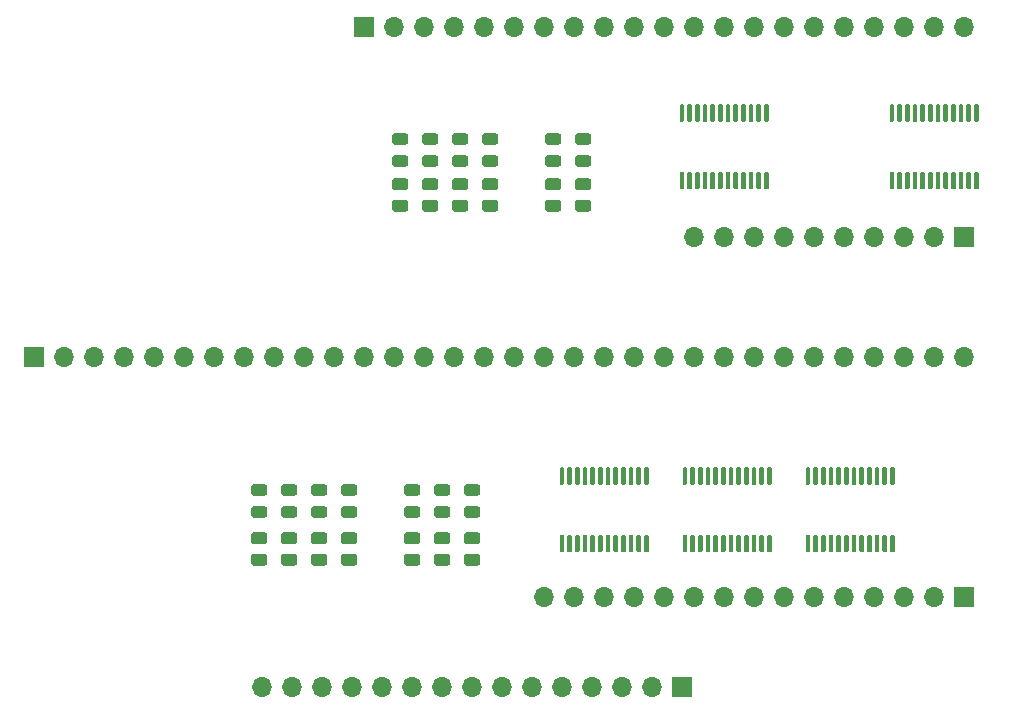
<source format=gbr>
%TF.GenerationSoftware,KiCad,Pcbnew,(5.1.10-1-10_14)*%
%TF.CreationDate,2021-11-23T11:12:12-05:00*%
%TF.ProjectId,control-unit,636f6e74-726f-46c2-9d75-6e69742e6b69,rev?*%
%TF.SameCoordinates,Original*%
%TF.FileFunction,Soldermask,Top*%
%TF.FilePolarity,Negative*%
%FSLAX46Y46*%
G04 Gerber Fmt 4.6, Leading zero omitted, Abs format (unit mm)*
G04 Created by KiCad (PCBNEW (5.1.10-1-10_14)) date 2021-11-23 11:12:12*
%MOMM*%
%LPD*%
G01*
G04 APERTURE LIST*
%ADD10O,1.700000X1.700000*%
%ADD11R,1.700000X1.700000*%
G04 APERTURE END LIST*
D10*
%TO.C,J1*%
X139700000Y-116586000D03*
X142240000Y-116586000D03*
X144780000Y-116586000D03*
X147320000Y-116586000D03*
X149860000Y-116586000D03*
X152400000Y-116586000D03*
X154940000Y-116586000D03*
X157480000Y-116586000D03*
X160020000Y-116586000D03*
X162560000Y-116586000D03*
X165100000Y-116586000D03*
X167640000Y-116586000D03*
X170180000Y-116586000D03*
X172720000Y-116586000D03*
D11*
X175260000Y-116586000D03*
%TD*%
D10*
%TO.C,J7*%
X176276000Y-78486000D03*
X178816000Y-78486000D03*
X181356000Y-78486000D03*
X183896000Y-78486000D03*
X186436000Y-78486000D03*
X188976000Y-78486000D03*
X191516000Y-78486000D03*
X194056000Y-78486000D03*
X196596000Y-78486000D03*
D11*
X199136000Y-78486000D03*
%TD*%
D10*
%TO.C,J4*%
X199136000Y-88646000D03*
X196596000Y-88646000D03*
X194056000Y-88646000D03*
X191516000Y-88646000D03*
X188976000Y-88646000D03*
X186436000Y-88646000D03*
X183896000Y-88646000D03*
X181356000Y-88646000D03*
X178816000Y-88646000D03*
X176276000Y-88646000D03*
X173736000Y-88646000D03*
X171196000Y-88646000D03*
X168656000Y-88646000D03*
X166116000Y-88646000D03*
X163576000Y-88646000D03*
X161036000Y-88646000D03*
X158496000Y-88646000D03*
X155956000Y-88646000D03*
X153416000Y-88646000D03*
X150876000Y-88646000D03*
X148336000Y-88646000D03*
X145796000Y-88646000D03*
X143256000Y-88646000D03*
X140716000Y-88646000D03*
X138176000Y-88646000D03*
X135636000Y-88646000D03*
X133096000Y-88646000D03*
X130556000Y-88646000D03*
X128016000Y-88646000D03*
X125476000Y-88646000D03*
X122936000Y-88646000D03*
D11*
X120396000Y-88646000D03*
%TD*%
%TO.C,R13*%
G36*
G01*
X146615999Y-105302000D02*
X147516001Y-105302000D01*
G75*
G02*
X147766000Y-105551999I0J-249999D01*
G01*
X147766000Y-106077001D01*
G75*
G02*
X147516001Y-106327000I-249999J0D01*
G01*
X146615999Y-106327000D01*
G75*
G02*
X146366000Y-106077001I0J249999D01*
G01*
X146366000Y-105551999D01*
G75*
G02*
X146615999Y-105302000I249999J0D01*
G01*
G37*
G36*
G01*
X146615999Y-103477000D02*
X147516001Y-103477000D01*
G75*
G02*
X147766000Y-103726999I0J-249999D01*
G01*
X147766000Y-104252001D01*
G75*
G02*
X147516001Y-104502000I-249999J0D01*
G01*
X146615999Y-104502000D01*
G75*
G02*
X146366000Y-104252001I0J249999D01*
G01*
X146366000Y-103726999D01*
G75*
G02*
X146615999Y-103477000I249999J0D01*
G01*
G37*
%TD*%
%TO.C,R12*%
G36*
G01*
X157029999Y-105302000D02*
X157930001Y-105302000D01*
G75*
G02*
X158180000Y-105551999I0J-249999D01*
G01*
X158180000Y-106077001D01*
G75*
G02*
X157930001Y-106327000I-249999J0D01*
G01*
X157029999Y-106327000D01*
G75*
G02*
X156780000Y-106077001I0J249999D01*
G01*
X156780000Y-105551999D01*
G75*
G02*
X157029999Y-105302000I249999J0D01*
G01*
G37*
G36*
G01*
X157029999Y-103477000D02*
X157930001Y-103477000D01*
G75*
G02*
X158180000Y-103726999I0J-249999D01*
G01*
X158180000Y-104252001D01*
G75*
G02*
X157930001Y-104502000I-249999J0D01*
G01*
X157029999Y-104502000D01*
G75*
G02*
X156780000Y-104252001I0J249999D01*
G01*
X156780000Y-103726999D01*
G75*
G02*
X157029999Y-103477000I249999J0D01*
G01*
G37*
%TD*%
%TO.C,R11*%
G36*
G01*
X144075999Y-105302000D02*
X144976001Y-105302000D01*
G75*
G02*
X145226000Y-105551999I0J-249999D01*
G01*
X145226000Y-106077001D01*
G75*
G02*
X144976001Y-106327000I-249999J0D01*
G01*
X144075999Y-106327000D01*
G75*
G02*
X143826000Y-106077001I0J249999D01*
G01*
X143826000Y-105551999D01*
G75*
G02*
X144075999Y-105302000I249999J0D01*
G01*
G37*
G36*
G01*
X144075999Y-103477000D02*
X144976001Y-103477000D01*
G75*
G02*
X145226000Y-103726999I0J-249999D01*
G01*
X145226000Y-104252001D01*
G75*
G02*
X144976001Y-104502000I-249999J0D01*
G01*
X144075999Y-104502000D01*
G75*
G02*
X143826000Y-104252001I0J249999D01*
G01*
X143826000Y-103726999D01*
G75*
G02*
X144075999Y-103477000I249999J0D01*
G01*
G37*
%TD*%
%TO.C,R10*%
G36*
G01*
X154489999Y-105302000D02*
X155390001Y-105302000D01*
G75*
G02*
X155640000Y-105551999I0J-249999D01*
G01*
X155640000Y-106077001D01*
G75*
G02*
X155390001Y-106327000I-249999J0D01*
G01*
X154489999Y-106327000D01*
G75*
G02*
X154240000Y-106077001I0J249999D01*
G01*
X154240000Y-105551999D01*
G75*
G02*
X154489999Y-105302000I249999J0D01*
G01*
G37*
G36*
G01*
X154489999Y-103477000D02*
X155390001Y-103477000D01*
G75*
G02*
X155640000Y-103726999I0J-249999D01*
G01*
X155640000Y-104252001D01*
G75*
G02*
X155390001Y-104502000I-249999J0D01*
G01*
X154489999Y-104502000D01*
G75*
G02*
X154240000Y-104252001I0J249999D01*
G01*
X154240000Y-103726999D01*
G75*
G02*
X154489999Y-103477000I249999J0D01*
G01*
G37*
%TD*%
%TO.C,R9*%
G36*
G01*
X141535999Y-105302000D02*
X142436001Y-105302000D01*
G75*
G02*
X142686000Y-105551999I0J-249999D01*
G01*
X142686000Y-106077001D01*
G75*
G02*
X142436001Y-106327000I-249999J0D01*
G01*
X141535999Y-106327000D01*
G75*
G02*
X141286000Y-106077001I0J249999D01*
G01*
X141286000Y-105551999D01*
G75*
G02*
X141535999Y-105302000I249999J0D01*
G01*
G37*
G36*
G01*
X141535999Y-103477000D02*
X142436001Y-103477000D01*
G75*
G02*
X142686000Y-103726999I0J-249999D01*
G01*
X142686000Y-104252001D01*
G75*
G02*
X142436001Y-104502000I-249999J0D01*
G01*
X141535999Y-104502000D01*
G75*
G02*
X141286000Y-104252001I0J249999D01*
G01*
X141286000Y-103726999D01*
G75*
G02*
X141535999Y-103477000I249999J0D01*
G01*
G37*
%TD*%
%TO.C,R8*%
G36*
G01*
X151949999Y-105302000D02*
X152850001Y-105302000D01*
G75*
G02*
X153100000Y-105551999I0J-249999D01*
G01*
X153100000Y-106077001D01*
G75*
G02*
X152850001Y-106327000I-249999J0D01*
G01*
X151949999Y-106327000D01*
G75*
G02*
X151700000Y-106077001I0J249999D01*
G01*
X151700000Y-105551999D01*
G75*
G02*
X151949999Y-105302000I249999J0D01*
G01*
G37*
G36*
G01*
X151949999Y-103477000D02*
X152850001Y-103477000D01*
G75*
G02*
X153100000Y-103726999I0J-249999D01*
G01*
X153100000Y-104252001D01*
G75*
G02*
X152850001Y-104502000I-249999J0D01*
G01*
X151949999Y-104502000D01*
G75*
G02*
X151700000Y-104252001I0J249999D01*
G01*
X151700000Y-103726999D01*
G75*
G02*
X151949999Y-103477000I249999J0D01*
G01*
G37*
%TD*%
%TO.C,R7*%
G36*
G01*
X138995999Y-105302000D02*
X139896001Y-105302000D01*
G75*
G02*
X140146000Y-105551999I0J-249999D01*
G01*
X140146000Y-106077001D01*
G75*
G02*
X139896001Y-106327000I-249999J0D01*
G01*
X138995999Y-106327000D01*
G75*
G02*
X138746000Y-106077001I0J249999D01*
G01*
X138746000Y-105551999D01*
G75*
G02*
X138995999Y-105302000I249999J0D01*
G01*
G37*
G36*
G01*
X138995999Y-103477000D02*
X139896001Y-103477000D01*
G75*
G02*
X140146000Y-103726999I0J-249999D01*
G01*
X140146000Y-104252001D01*
G75*
G02*
X139896001Y-104502000I-249999J0D01*
G01*
X138995999Y-104502000D01*
G75*
G02*
X138746000Y-104252001I0J249999D01*
G01*
X138746000Y-103726999D01*
G75*
G02*
X138995999Y-103477000I249999J0D01*
G01*
G37*
%TD*%
%TO.C,D13*%
G36*
G01*
X147522250Y-100388000D02*
X146609750Y-100388000D01*
G75*
G02*
X146366000Y-100144250I0J243750D01*
G01*
X146366000Y-99656750D01*
G75*
G02*
X146609750Y-99413000I243750J0D01*
G01*
X147522250Y-99413000D01*
G75*
G02*
X147766000Y-99656750I0J-243750D01*
G01*
X147766000Y-100144250D01*
G75*
G02*
X147522250Y-100388000I-243750J0D01*
G01*
G37*
G36*
G01*
X147522250Y-102263000D02*
X146609750Y-102263000D01*
G75*
G02*
X146366000Y-102019250I0J243750D01*
G01*
X146366000Y-101531750D01*
G75*
G02*
X146609750Y-101288000I243750J0D01*
G01*
X147522250Y-101288000D01*
G75*
G02*
X147766000Y-101531750I0J-243750D01*
G01*
X147766000Y-102019250D01*
G75*
G02*
X147522250Y-102263000I-243750J0D01*
G01*
G37*
%TD*%
%TO.C,D12*%
G36*
G01*
X157936250Y-100388000D02*
X157023750Y-100388000D01*
G75*
G02*
X156780000Y-100144250I0J243750D01*
G01*
X156780000Y-99656750D01*
G75*
G02*
X157023750Y-99413000I243750J0D01*
G01*
X157936250Y-99413000D01*
G75*
G02*
X158180000Y-99656750I0J-243750D01*
G01*
X158180000Y-100144250D01*
G75*
G02*
X157936250Y-100388000I-243750J0D01*
G01*
G37*
G36*
G01*
X157936250Y-102263000D02*
X157023750Y-102263000D01*
G75*
G02*
X156780000Y-102019250I0J243750D01*
G01*
X156780000Y-101531750D01*
G75*
G02*
X157023750Y-101288000I243750J0D01*
G01*
X157936250Y-101288000D01*
G75*
G02*
X158180000Y-101531750I0J-243750D01*
G01*
X158180000Y-102019250D01*
G75*
G02*
X157936250Y-102263000I-243750J0D01*
G01*
G37*
%TD*%
%TO.C,D11*%
G36*
G01*
X144982250Y-100388000D02*
X144069750Y-100388000D01*
G75*
G02*
X143826000Y-100144250I0J243750D01*
G01*
X143826000Y-99656750D01*
G75*
G02*
X144069750Y-99413000I243750J0D01*
G01*
X144982250Y-99413000D01*
G75*
G02*
X145226000Y-99656750I0J-243750D01*
G01*
X145226000Y-100144250D01*
G75*
G02*
X144982250Y-100388000I-243750J0D01*
G01*
G37*
G36*
G01*
X144982250Y-102263000D02*
X144069750Y-102263000D01*
G75*
G02*
X143826000Y-102019250I0J243750D01*
G01*
X143826000Y-101531750D01*
G75*
G02*
X144069750Y-101288000I243750J0D01*
G01*
X144982250Y-101288000D01*
G75*
G02*
X145226000Y-101531750I0J-243750D01*
G01*
X145226000Y-102019250D01*
G75*
G02*
X144982250Y-102263000I-243750J0D01*
G01*
G37*
%TD*%
%TO.C,D10*%
G36*
G01*
X155396250Y-100388000D02*
X154483750Y-100388000D01*
G75*
G02*
X154240000Y-100144250I0J243750D01*
G01*
X154240000Y-99656750D01*
G75*
G02*
X154483750Y-99413000I243750J0D01*
G01*
X155396250Y-99413000D01*
G75*
G02*
X155640000Y-99656750I0J-243750D01*
G01*
X155640000Y-100144250D01*
G75*
G02*
X155396250Y-100388000I-243750J0D01*
G01*
G37*
G36*
G01*
X155396250Y-102263000D02*
X154483750Y-102263000D01*
G75*
G02*
X154240000Y-102019250I0J243750D01*
G01*
X154240000Y-101531750D01*
G75*
G02*
X154483750Y-101288000I243750J0D01*
G01*
X155396250Y-101288000D01*
G75*
G02*
X155640000Y-101531750I0J-243750D01*
G01*
X155640000Y-102019250D01*
G75*
G02*
X155396250Y-102263000I-243750J0D01*
G01*
G37*
%TD*%
%TO.C,D9*%
G36*
G01*
X142442250Y-100388000D02*
X141529750Y-100388000D01*
G75*
G02*
X141286000Y-100144250I0J243750D01*
G01*
X141286000Y-99656750D01*
G75*
G02*
X141529750Y-99413000I243750J0D01*
G01*
X142442250Y-99413000D01*
G75*
G02*
X142686000Y-99656750I0J-243750D01*
G01*
X142686000Y-100144250D01*
G75*
G02*
X142442250Y-100388000I-243750J0D01*
G01*
G37*
G36*
G01*
X142442250Y-102263000D02*
X141529750Y-102263000D01*
G75*
G02*
X141286000Y-102019250I0J243750D01*
G01*
X141286000Y-101531750D01*
G75*
G02*
X141529750Y-101288000I243750J0D01*
G01*
X142442250Y-101288000D01*
G75*
G02*
X142686000Y-101531750I0J-243750D01*
G01*
X142686000Y-102019250D01*
G75*
G02*
X142442250Y-102263000I-243750J0D01*
G01*
G37*
%TD*%
%TO.C,D8*%
G36*
G01*
X152856250Y-100388000D02*
X151943750Y-100388000D01*
G75*
G02*
X151700000Y-100144250I0J243750D01*
G01*
X151700000Y-99656750D01*
G75*
G02*
X151943750Y-99413000I243750J0D01*
G01*
X152856250Y-99413000D01*
G75*
G02*
X153100000Y-99656750I0J-243750D01*
G01*
X153100000Y-100144250D01*
G75*
G02*
X152856250Y-100388000I-243750J0D01*
G01*
G37*
G36*
G01*
X152856250Y-102263000D02*
X151943750Y-102263000D01*
G75*
G02*
X151700000Y-102019250I0J243750D01*
G01*
X151700000Y-101531750D01*
G75*
G02*
X151943750Y-101288000I243750J0D01*
G01*
X152856250Y-101288000D01*
G75*
G02*
X153100000Y-101531750I0J-243750D01*
G01*
X153100000Y-102019250D01*
G75*
G02*
X152856250Y-102263000I-243750J0D01*
G01*
G37*
%TD*%
%TO.C,D7*%
G36*
G01*
X139902250Y-100388000D02*
X138989750Y-100388000D01*
G75*
G02*
X138746000Y-100144250I0J243750D01*
G01*
X138746000Y-99656750D01*
G75*
G02*
X138989750Y-99413000I243750J0D01*
G01*
X139902250Y-99413000D01*
G75*
G02*
X140146000Y-99656750I0J-243750D01*
G01*
X140146000Y-100144250D01*
G75*
G02*
X139902250Y-100388000I-243750J0D01*
G01*
G37*
G36*
G01*
X139902250Y-102263000D02*
X138989750Y-102263000D01*
G75*
G02*
X138746000Y-102019250I0J243750D01*
G01*
X138746000Y-101531750D01*
G75*
G02*
X138989750Y-101288000I243750J0D01*
G01*
X139902250Y-101288000D01*
G75*
G02*
X140146000Y-101531750I0J-243750D01*
G01*
X140146000Y-102019250D01*
G75*
G02*
X139902250Y-102263000I-243750J0D01*
G01*
G37*
%TD*%
%TO.C,R6*%
G36*
G01*
X158553999Y-75330000D02*
X159454001Y-75330000D01*
G75*
G02*
X159704000Y-75579999I0J-249999D01*
G01*
X159704000Y-76105001D01*
G75*
G02*
X159454001Y-76355000I-249999J0D01*
G01*
X158553999Y-76355000D01*
G75*
G02*
X158304000Y-76105001I0J249999D01*
G01*
X158304000Y-75579999D01*
G75*
G02*
X158553999Y-75330000I249999J0D01*
G01*
G37*
G36*
G01*
X158553999Y-73505000D02*
X159454001Y-73505000D01*
G75*
G02*
X159704000Y-73754999I0J-249999D01*
G01*
X159704000Y-74280001D01*
G75*
G02*
X159454001Y-74530000I-249999J0D01*
G01*
X158553999Y-74530000D01*
G75*
G02*
X158304000Y-74280001I0J249999D01*
G01*
X158304000Y-73754999D01*
G75*
G02*
X158553999Y-73505000I249999J0D01*
G01*
G37*
%TD*%
%TO.C,R5*%
G36*
G01*
X156013999Y-75330000D02*
X156914001Y-75330000D01*
G75*
G02*
X157164000Y-75579999I0J-249999D01*
G01*
X157164000Y-76105001D01*
G75*
G02*
X156914001Y-76355000I-249999J0D01*
G01*
X156013999Y-76355000D01*
G75*
G02*
X155764000Y-76105001I0J249999D01*
G01*
X155764000Y-75579999D01*
G75*
G02*
X156013999Y-75330000I249999J0D01*
G01*
G37*
G36*
G01*
X156013999Y-73505000D02*
X156914001Y-73505000D01*
G75*
G02*
X157164000Y-73754999I0J-249999D01*
G01*
X157164000Y-74280001D01*
G75*
G02*
X156914001Y-74530000I-249999J0D01*
G01*
X156013999Y-74530000D01*
G75*
G02*
X155764000Y-74280001I0J249999D01*
G01*
X155764000Y-73754999D01*
G75*
G02*
X156013999Y-73505000I249999J0D01*
G01*
G37*
%TD*%
%TO.C,R4*%
G36*
G01*
X166427999Y-75330000D02*
X167328001Y-75330000D01*
G75*
G02*
X167578000Y-75579999I0J-249999D01*
G01*
X167578000Y-76105001D01*
G75*
G02*
X167328001Y-76355000I-249999J0D01*
G01*
X166427999Y-76355000D01*
G75*
G02*
X166178000Y-76105001I0J249999D01*
G01*
X166178000Y-75579999D01*
G75*
G02*
X166427999Y-75330000I249999J0D01*
G01*
G37*
G36*
G01*
X166427999Y-73505000D02*
X167328001Y-73505000D01*
G75*
G02*
X167578000Y-73754999I0J-249999D01*
G01*
X167578000Y-74280001D01*
G75*
G02*
X167328001Y-74530000I-249999J0D01*
G01*
X166427999Y-74530000D01*
G75*
G02*
X166178000Y-74280001I0J249999D01*
G01*
X166178000Y-73754999D01*
G75*
G02*
X166427999Y-73505000I249999J0D01*
G01*
G37*
%TD*%
%TO.C,R3*%
G36*
G01*
X153473999Y-75330000D02*
X154374001Y-75330000D01*
G75*
G02*
X154624000Y-75579999I0J-249999D01*
G01*
X154624000Y-76105001D01*
G75*
G02*
X154374001Y-76355000I-249999J0D01*
G01*
X153473999Y-76355000D01*
G75*
G02*
X153224000Y-76105001I0J249999D01*
G01*
X153224000Y-75579999D01*
G75*
G02*
X153473999Y-75330000I249999J0D01*
G01*
G37*
G36*
G01*
X153473999Y-73505000D02*
X154374001Y-73505000D01*
G75*
G02*
X154624000Y-73754999I0J-249999D01*
G01*
X154624000Y-74280001D01*
G75*
G02*
X154374001Y-74530000I-249999J0D01*
G01*
X153473999Y-74530000D01*
G75*
G02*
X153224000Y-74280001I0J249999D01*
G01*
X153224000Y-73754999D01*
G75*
G02*
X153473999Y-73505000I249999J0D01*
G01*
G37*
%TD*%
%TO.C,R2*%
G36*
G01*
X163887999Y-75330000D02*
X164788001Y-75330000D01*
G75*
G02*
X165038000Y-75579999I0J-249999D01*
G01*
X165038000Y-76105001D01*
G75*
G02*
X164788001Y-76355000I-249999J0D01*
G01*
X163887999Y-76355000D01*
G75*
G02*
X163638000Y-76105001I0J249999D01*
G01*
X163638000Y-75579999D01*
G75*
G02*
X163887999Y-75330000I249999J0D01*
G01*
G37*
G36*
G01*
X163887999Y-73505000D02*
X164788001Y-73505000D01*
G75*
G02*
X165038000Y-73754999I0J-249999D01*
G01*
X165038000Y-74280001D01*
G75*
G02*
X164788001Y-74530000I-249999J0D01*
G01*
X163887999Y-74530000D01*
G75*
G02*
X163638000Y-74280001I0J249999D01*
G01*
X163638000Y-73754999D01*
G75*
G02*
X163887999Y-73505000I249999J0D01*
G01*
G37*
%TD*%
%TO.C,R1*%
G36*
G01*
X150933999Y-75330000D02*
X151834001Y-75330000D01*
G75*
G02*
X152084000Y-75579999I0J-249999D01*
G01*
X152084000Y-76105001D01*
G75*
G02*
X151834001Y-76355000I-249999J0D01*
G01*
X150933999Y-76355000D01*
G75*
G02*
X150684000Y-76105001I0J249999D01*
G01*
X150684000Y-75579999D01*
G75*
G02*
X150933999Y-75330000I249999J0D01*
G01*
G37*
G36*
G01*
X150933999Y-73505000D02*
X151834001Y-73505000D01*
G75*
G02*
X152084000Y-73754999I0J-249999D01*
G01*
X152084000Y-74280001D01*
G75*
G02*
X151834001Y-74530000I-249999J0D01*
G01*
X150933999Y-74530000D01*
G75*
G02*
X150684000Y-74280001I0J249999D01*
G01*
X150684000Y-73754999D01*
G75*
G02*
X150933999Y-73505000I249999J0D01*
G01*
G37*
%TD*%
%TO.C,D6*%
G36*
G01*
X159460250Y-70670000D02*
X158547750Y-70670000D01*
G75*
G02*
X158304000Y-70426250I0J243750D01*
G01*
X158304000Y-69938750D01*
G75*
G02*
X158547750Y-69695000I243750J0D01*
G01*
X159460250Y-69695000D01*
G75*
G02*
X159704000Y-69938750I0J-243750D01*
G01*
X159704000Y-70426250D01*
G75*
G02*
X159460250Y-70670000I-243750J0D01*
G01*
G37*
G36*
G01*
X159460250Y-72545000D02*
X158547750Y-72545000D01*
G75*
G02*
X158304000Y-72301250I0J243750D01*
G01*
X158304000Y-71813750D01*
G75*
G02*
X158547750Y-71570000I243750J0D01*
G01*
X159460250Y-71570000D01*
G75*
G02*
X159704000Y-71813750I0J-243750D01*
G01*
X159704000Y-72301250D01*
G75*
G02*
X159460250Y-72545000I-243750J0D01*
G01*
G37*
%TD*%
%TO.C,D5*%
G36*
G01*
X156920250Y-70670000D02*
X156007750Y-70670000D01*
G75*
G02*
X155764000Y-70426250I0J243750D01*
G01*
X155764000Y-69938750D01*
G75*
G02*
X156007750Y-69695000I243750J0D01*
G01*
X156920250Y-69695000D01*
G75*
G02*
X157164000Y-69938750I0J-243750D01*
G01*
X157164000Y-70426250D01*
G75*
G02*
X156920250Y-70670000I-243750J0D01*
G01*
G37*
G36*
G01*
X156920250Y-72545000D02*
X156007750Y-72545000D01*
G75*
G02*
X155764000Y-72301250I0J243750D01*
G01*
X155764000Y-71813750D01*
G75*
G02*
X156007750Y-71570000I243750J0D01*
G01*
X156920250Y-71570000D01*
G75*
G02*
X157164000Y-71813750I0J-243750D01*
G01*
X157164000Y-72301250D01*
G75*
G02*
X156920250Y-72545000I-243750J0D01*
G01*
G37*
%TD*%
%TO.C,D4*%
G36*
G01*
X166421750Y-71570000D02*
X167334250Y-71570000D01*
G75*
G02*
X167578000Y-71813750I0J-243750D01*
G01*
X167578000Y-72301250D01*
G75*
G02*
X167334250Y-72545000I-243750J0D01*
G01*
X166421750Y-72545000D01*
G75*
G02*
X166178000Y-72301250I0J243750D01*
G01*
X166178000Y-71813750D01*
G75*
G02*
X166421750Y-71570000I243750J0D01*
G01*
G37*
G36*
G01*
X166421750Y-69695000D02*
X167334250Y-69695000D01*
G75*
G02*
X167578000Y-69938750I0J-243750D01*
G01*
X167578000Y-70426250D01*
G75*
G02*
X167334250Y-70670000I-243750J0D01*
G01*
X166421750Y-70670000D01*
G75*
G02*
X166178000Y-70426250I0J243750D01*
G01*
X166178000Y-69938750D01*
G75*
G02*
X166421750Y-69695000I243750J0D01*
G01*
G37*
%TD*%
%TO.C,D3*%
G36*
G01*
X154380250Y-70670000D02*
X153467750Y-70670000D01*
G75*
G02*
X153224000Y-70426250I0J243750D01*
G01*
X153224000Y-69938750D01*
G75*
G02*
X153467750Y-69695000I243750J0D01*
G01*
X154380250Y-69695000D01*
G75*
G02*
X154624000Y-69938750I0J-243750D01*
G01*
X154624000Y-70426250D01*
G75*
G02*
X154380250Y-70670000I-243750J0D01*
G01*
G37*
G36*
G01*
X154380250Y-72545000D02*
X153467750Y-72545000D01*
G75*
G02*
X153224000Y-72301250I0J243750D01*
G01*
X153224000Y-71813750D01*
G75*
G02*
X153467750Y-71570000I243750J0D01*
G01*
X154380250Y-71570000D01*
G75*
G02*
X154624000Y-71813750I0J-243750D01*
G01*
X154624000Y-72301250D01*
G75*
G02*
X154380250Y-72545000I-243750J0D01*
G01*
G37*
%TD*%
%TO.C,D2*%
G36*
G01*
X163881750Y-71570000D02*
X164794250Y-71570000D01*
G75*
G02*
X165038000Y-71813750I0J-243750D01*
G01*
X165038000Y-72301250D01*
G75*
G02*
X164794250Y-72545000I-243750J0D01*
G01*
X163881750Y-72545000D01*
G75*
G02*
X163638000Y-72301250I0J243750D01*
G01*
X163638000Y-71813750D01*
G75*
G02*
X163881750Y-71570000I243750J0D01*
G01*
G37*
G36*
G01*
X163881750Y-69695000D02*
X164794250Y-69695000D01*
G75*
G02*
X165038000Y-69938750I0J-243750D01*
G01*
X165038000Y-70426250D01*
G75*
G02*
X164794250Y-70670000I-243750J0D01*
G01*
X163881750Y-70670000D01*
G75*
G02*
X163638000Y-70426250I0J243750D01*
G01*
X163638000Y-69938750D01*
G75*
G02*
X163881750Y-69695000I243750J0D01*
G01*
G37*
%TD*%
%TO.C,D1*%
G36*
G01*
X151840250Y-70670000D02*
X150927750Y-70670000D01*
G75*
G02*
X150684000Y-70426250I0J243750D01*
G01*
X150684000Y-69938750D01*
G75*
G02*
X150927750Y-69695000I243750J0D01*
G01*
X151840250Y-69695000D01*
G75*
G02*
X152084000Y-69938750I0J-243750D01*
G01*
X152084000Y-70426250D01*
G75*
G02*
X151840250Y-70670000I-243750J0D01*
G01*
G37*
G36*
G01*
X151840250Y-72545000D02*
X150927750Y-72545000D01*
G75*
G02*
X150684000Y-72301250I0J243750D01*
G01*
X150684000Y-71813750D01*
G75*
G02*
X150927750Y-71570000I243750J0D01*
G01*
X151840250Y-71570000D01*
G75*
G02*
X152084000Y-71813750I0J-243750D01*
G01*
X152084000Y-72301250D01*
G75*
G02*
X151840250Y-72545000I-243750J0D01*
G01*
G37*
%TD*%
D10*
%TO.C,J11*%
X163576000Y-108966000D03*
X166116000Y-108966000D03*
X168656000Y-108966000D03*
X171196000Y-108966000D03*
X173736000Y-108966000D03*
X176276000Y-108966000D03*
X178816000Y-108966000D03*
X181356000Y-108966000D03*
X183896000Y-108966000D03*
X186436000Y-108966000D03*
X188976000Y-108966000D03*
X191516000Y-108966000D03*
X194056000Y-108966000D03*
X196596000Y-108966000D03*
D11*
X199136000Y-108966000D03*
%TD*%
D10*
%TO.C,J2*%
X199136000Y-60706000D03*
X196596000Y-60706000D03*
X194056000Y-60706000D03*
X191516000Y-60706000D03*
X188976000Y-60706000D03*
X186436000Y-60706000D03*
X183896000Y-60706000D03*
X181356000Y-60706000D03*
X178816000Y-60706000D03*
X176276000Y-60706000D03*
X173736000Y-60706000D03*
X171196000Y-60706000D03*
X168656000Y-60706000D03*
X166116000Y-60706000D03*
X163576000Y-60706000D03*
X161036000Y-60706000D03*
X158496000Y-60706000D03*
X155956000Y-60706000D03*
X153416000Y-60706000D03*
X150876000Y-60706000D03*
D11*
X148336000Y-60706000D03*
%TD*%
%TO.C,U5*%
G36*
G01*
X192959000Y-103725000D02*
X193159000Y-103725000D01*
G75*
G02*
X193259000Y-103825000I0J-100000D01*
G01*
X193259000Y-105100000D01*
G75*
G02*
X193159000Y-105200000I-100000J0D01*
G01*
X192959000Y-105200000D01*
G75*
G02*
X192859000Y-105100000I0J100000D01*
G01*
X192859000Y-103825000D01*
G75*
G02*
X192959000Y-103725000I100000J0D01*
G01*
G37*
G36*
G01*
X192309000Y-103725000D02*
X192509000Y-103725000D01*
G75*
G02*
X192609000Y-103825000I0J-100000D01*
G01*
X192609000Y-105100000D01*
G75*
G02*
X192509000Y-105200000I-100000J0D01*
G01*
X192309000Y-105200000D01*
G75*
G02*
X192209000Y-105100000I0J100000D01*
G01*
X192209000Y-103825000D01*
G75*
G02*
X192309000Y-103725000I100000J0D01*
G01*
G37*
G36*
G01*
X191659000Y-103725000D02*
X191859000Y-103725000D01*
G75*
G02*
X191959000Y-103825000I0J-100000D01*
G01*
X191959000Y-105100000D01*
G75*
G02*
X191859000Y-105200000I-100000J0D01*
G01*
X191659000Y-105200000D01*
G75*
G02*
X191559000Y-105100000I0J100000D01*
G01*
X191559000Y-103825000D01*
G75*
G02*
X191659000Y-103725000I100000J0D01*
G01*
G37*
G36*
G01*
X191009000Y-103725000D02*
X191209000Y-103725000D01*
G75*
G02*
X191309000Y-103825000I0J-100000D01*
G01*
X191309000Y-105100000D01*
G75*
G02*
X191209000Y-105200000I-100000J0D01*
G01*
X191009000Y-105200000D01*
G75*
G02*
X190909000Y-105100000I0J100000D01*
G01*
X190909000Y-103825000D01*
G75*
G02*
X191009000Y-103725000I100000J0D01*
G01*
G37*
G36*
G01*
X190359000Y-103725000D02*
X190559000Y-103725000D01*
G75*
G02*
X190659000Y-103825000I0J-100000D01*
G01*
X190659000Y-105100000D01*
G75*
G02*
X190559000Y-105200000I-100000J0D01*
G01*
X190359000Y-105200000D01*
G75*
G02*
X190259000Y-105100000I0J100000D01*
G01*
X190259000Y-103825000D01*
G75*
G02*
X190359000Y-103725000I100000J0D01*
G01*
G37*
G36*
G01*
X189709000Y-103725000D02*
X189909000Y-103725000D01*
G75*
G02*
X190009000Y-103825000I0J-100000D01*
G01*
X190009000Y-105100000D01*
G75*
G02*
X189909000Y-105200000I-100000J0D01*
G01*
X189709000Y-105200000D01*
G75*
G02*
X189609000Y-105100000I0J100000D01*
G01*
X189609000Y-103825000D01*
G75*
G02*
X189709000Y-103725000I100000J0D01*
G01*
G37*
G36*
G01*
X189059000Y-103725000D02*
X189259000Y-103725000D01*
G75*
G02*
X189359000Y-103825000I0J-100000D01*
G01*
X189359000Y-105100000D01*
G75*
G02*
X189259000Y-105200000I-100000J0D01*
G01*
X189059000Y-105200000D01*
G75*
G02*
X188959000Y-105100000I0J100000D01*
G01*
X188959000Y-103825000D01*
G75*
G02*
X189059000Y-103725000I100000J0D01*
G01*
G37*
G36*
G01*
X188409000Y-103725000D02*
X188609000Y-103725000D01*
G75*
G02*
X188709000Y-103825000I0J-100000D01*
G01*
X188709000Y-105100000D01*
G75*
G02*
X188609000Y-105200000I-100000J0D01*
G01*
X188409000Y-105200000D01*
G75*
G02*
X188309000Y-105100000I0J100000D01*
G01*
X188309000Y-103825000D01*
G75*
G02*
X188409000Y-103725000I100000J0D01*
G01*
G37*
G36*
G01*
X187759000Y-103725000D02*
X187959000Y-103725000D01*
G75*
G02*
X188059000Y-103825000I0J-100000D01*
G01*
X188059000Y-105100000D01*
G75*
G02*
X187959000Y-105200000I-100000J0D01*
G01*
X187759000Y-105200000D01*
G75*
G02*
X187659000Y-105100000I0J100000D01*
G01*
X187659000Y-103825000D01*
G75*
G02*
X187759000Y-103725000I100000J0D01*
G01*
G37*
G36*
G01*
X187109000Y-103725000D02*
X187309000Y-103725000D01*
G75*
G02*
X187409000Y-103825000I0J-100000D01*
G01*
X187409000Y-105100000D01*
G75*
G02*
X187309000Y-105200000I-100000J0D01*
G01*
X187109000Y-105200000D01*
G75*
G02*
X187009000Y-105100000I0J100000D01*
G01*
X187009000Y-103825000D01*
G75*
G02*
X187109000Y-103725000I100000J0D01*
G01*
G37*
G36*
G01*
X186459000Y-103725000D02*
X186659000Y-103725000D01*
G75*
G02*
X186759000Y-103825000I0J-100000D01*
G01*
X186759000Y-105100000D01*
G75*
G02*
X186659000Y-105200000I-100000J0D01*
G01*
X186459000Y-105200000D01*
G75*
G02*
X186359000Y-105100000I0J100000D01*
G01*
X186359000Y-103825000D01*
G75*
G02*
X186459000Y-103725000I100000J0D01*
G01*
G37*
G36*
G01*
X185809000Y-103725000D02*
X186009000Y-103725000D01*
G75*
G02*
X186109000Y-103825000I0J-100000D01*
G01*
X186109000Y-105100000D01*
G75*
G02*
X186009000Y-105200000I-100000J0D01*
G01*
X185809000Y-105200000D01*
G75*
G02*
X185709000Y-105100000I0J100000D01*
G01*
X185709000Y-103825000D01*
G75*
G02*
X185809000Y-103725000I100000J0D01*
G01*
G37*
G36*
G01*
X185809000Y-98000000D02*
X186009000Y-98000000D01*
G75*
G02*
X186109000Y-98100000I0J-100000D01*
G01*
X186109000Y-99375000D01*
G75*
G02*
X186009000Y-99475000I-100000J0D01*
G01*
X185809000Y-99475000D01*
G75*
G02*
X185709000Y-99375000I0J100000D01*
G01*
X185709000Y-98100000D01*
G75*
G02*
X185809000Y-98000000I100000J0D01*
G01*
G37*
G36*
G01*
X186459000Y-98000000D02*
X186659000Y-98000000D01*
G75*
G02*
X186759000Y-98100000I0J-100000D01*
G01*
X186759000Y-99375000D01*
G75*
G02*
X186659000Y-99475000I-100000J0D01*
G01*
X186459000Y-99475000D01*
G75*
G02*
X186359000Y-99375000I0J100000D01*
G01*
X186359000Y-98100000D01*
G75*
G02*
X186459000Y-98000000I100000J0D01*
G01*
G37*
G36*
G01*
X187109000Y-98000000D02*
X187309000Y-98000000D01*
G75*
G02*
X187409000Y-98100000I0J-100000D01*
G01*
X187409000Y-99375000D01*
G75*
G02*
X187309000Y-99475000I-100000J0D01*
G01*
X187109000Y-99475000D01*
G75*
G02*
X187009000Y-99375000I0J100000D01*
G01*
X187009000Y-98100000D01*
G75*
G02*
X187109000Y-98000000I100000J0D01*
G01*
G37*
G36*
G01*
X187759000Y-98000000D02*
X187959000Y-98000000D01*
G75*
G02*
X188059000Y-98100000I0J-100000D01*
G01*
X188059000Y-99375000D01*
G75*
G02*
X187959000Y-99475000I-100000J0D01*
G01*
X187759000Y-99475000D01*
G75*
G02*
X187659000Y-99375000I0J100000D01*
G01*
X187659000Y-98100000D01*
G75*
G02*
X187759000Y-98000000I100000J0D01*
G01*
G37*
G36*
G01*
X188409000Y-98000000D02*
X188609000Y-98000000D01*
G75*
G02*
X188709000Y-98100000I0J-100000D01*
G01*
X188709000Y-99375000D01*
G75*
G02*
X188609000Y-99475000I-100000J0D01*
G01*
X188409000Y-99475000D01*
G75*
G02*
X188309000Y-99375000I0J100000D01*
G01*
X188309000Y-98100000D01*
G75*
G02*
X188409000Y-98000000I100000J0D01*
G01*
G37*
G36*
G01*
X189059000Y-98000000D02*
X189259000Y-98000000D01*
G75*
G02*
X189359000Y-98100000I0J-100000D01*
G01*
X189359000Y-99375000D01*
G75*
G02*
X189259000Y-99475000I-100000J0D01*
G01*
X189059000Y-99475000D01*
G75*
G02*
X188959000Y-99375000I0J100000D01*
G01*
X188959000Y-98100000D01*
G75*
G02*
X189059000Y-98000000I100000J0D01*
G01*
G37*
G36*
G01*
X189709000Y-98000000D02*
X189909000Y-98000000D01*
G75*
G02*
X190009000Y-98100000I0J-100000D01*
G01*
X190009000Y-99375000D01*
G75*
G02*
X189909000Y-99475000I-100000J0D01*
G01*
X189709000Y-99475000D01*
G75*
G02*
X189609000Y-99375000I0J100000D01*
G01*
X189609000Y-98100000D01*
G75*
G02*
X189709000Y-98000000I100000J0D01*
G01*
G37*
G36*
G01*
X190359000Y-98000000D02*
X190559000Y-98000000D01*
G75*
G02*
X190659000Y-98100000I0J-100000D01*
G01*
X190659000Y-99375000D01*
G75*
G02*
X190559000Y-99475000I-100000J0D01*
G01*
X190359000Y-99475000D01*
G75*
G02*
X190259000Y-99375000I0J100000D01*
G01*
X190259000Y-98100000D01*
G75*
G02*
X190359000Y-98000000I100000J0D01*
G01*
G37*
G36*
G01*
X191009000Y-98000000D02*
X191209000Y-98000000D01*
G75*
G02*
X191309000Y-98100000I0J-100000D01*
G01*
X191309000Y-99375000D01*
G75*
G02*
X191209000Y-99475000I-100000J0D01*
G01*
X191009000Y-99475000D01*
G75*
G02*
X190909000Y-99375000I0J100000D01*
G01*
X190909000Y-98100000D01*
G75*
G02*
X191009000Y-98000000I100000J0D01*
G01*
G37*
G36*
G01*
X191659000Y-98000000D02*
X191859000Y-98000000D01*
G75*
G02*
X191959000Y-98100000I0J-100000D01*
G01*
X191959000Y-99375000D01*
G75*
G02*
X191859000Y-99475000I-100000J0D01*
G01*
X191659000Y-99475000D01*
G75*
G02*
X191559000Y-99375000I0J100000D01*
G01*
X191559000Y-98100000D01*
G75*
G02*
X191659000Y-98000000I100000J0D01*
G01*
G37*
G36*
G01*
X192309000Y-98000000D02*
X192509000Y-98000000D01*
G75*
G02*
X192609000Y-98100000I0J-100000D01*
G01*
X192609000Y-99375000D01*
G75*
G02*
X192509000Y-99475000I-100000J0D01*
G01*
X192309000Y-99475000D01*
G75*
G02*
X192209000Y-99375000I0J100000D01*
G01*
X192209000Y-98100000D01*
G75*
G02*
X192309000Y-98000000I100000J0D01*
G01*
G37*
G36*
G01*
X192959000Y-98000000D02*
X193159000Y-98000000D01*
G75*
G02*
X193259000Y-98100000I0J-100000D01*
G01*
X193259000Y-99375000D01*
G75*
G02*
X193159000Y-99475000I-100000J0D01*
G01*
X192959000Y-99475000D01*
G75*
G02*
X192859000Y-99375000I0J100000D01*
G01*
X192859000Y-98100000D01*
G75*
G02*
X192959000Y-98000000I100000J0D01*
G01*
G37*
%TD*%
%TO.C,U4*%
G36*
G01*
X182545000Y-103725000D02*
X182745000Y-103725000D01*
G75*
G02*
X182845000Y-103825000I0J-100000D01*
G01*
X182845000Y-105100000D01*
G75*
G02*
X182745000Y-105200000I-100000J0D01*
G01*
X182545000Y-105200000D01*
G75*
G02*
X182445000Y-105100000I0J100000D01*
G01*
X182445000Y-103825000D01*
G75*
G02*
X182545000Y-103725000I100000J0D01*
G01*
G37*
G36*
G01*
X181895000Y-103725000D02*
X182095000Y-103725000D01*
G75*
G02*
X182195000Y-103825000I0J-100000D01*
G01*
X182195000Y-105100000D01*
G75*
G02*
X182095000Y-105200000I-100000J0D01*
G01*
X181895000Y-105200000D01*
G75*
G02*
X181795000Y-105100000I0J100000D01*
G01*
X181795000Y-103825000D01*
G75*
G02*
X181895000Y-103725000I100000J0D01*
G01*
G37*
G36*
G01*
X181245000Y-103725000D02*
X181445000Y-103725000D01*
G75*
G02*
X181545000Y-103825000I0J-100000D01*
G01*
X181545000Y-105100000D01*
G75*
G02*
X181445000Y-105200000I-100000J0D01*
G01*
X181245000Y-105200000D01*
G75*
G02*
X181145000Y-105100000I0J100000D01*
G01*
X181145000Y-103825000D01*
G75*
G02*
X181245000Y-103725000I100000J0D01*
G01*
G37*
G36*
G01*
X180595000Y-103725000D02*
X180795000Y-103725000D01*
G75*
G02*
X180895000Y-103825000I0J-100000D01*
G01*
X180895000Y-105100000D01*
G75*
G02*
X180795000Y-105200000I-100000J0D01*
G01*
X180595000Y-105200000D01*
G75*
G02*
X180495000Y-105100000I0J100000D01*
G01*
X180495000Y-103825000D01*
G75*
G02*
X180595000Y-103725000I100000J0D01*
G01*
G37*
G36*
G01*
X179945000Y-103725000D02*
X180145000Y-103725000D01*
G75*
G02*
X180245000Y-103825000I0J-100000D01*
G01*
X180245000Y-105100000D01*
G75*
G02*
X180145000Y-105200000I-100000J0D01*
G01*
X179945000Y-105200000D01*
G75*
G02*
X179845000Y-105100000I0J100000D01*
G01*
X179845000Y-103825000D01*
G75*
G02*
X179945000Y-103725000I100000J0D01*
G01*
G37*
G36*
G01*
X179295000Y-103725000D02*
X179495000Y-103725000D01*
G75*
G02*
X179595000Y-103825000I0J-100000D01*
G01*
X179595000Y-105100000D01*
G75*
G02*
X179495000Y-105200000I-100000J0D01*
G01*
X179295000Y-105200000D01*
G75*
G02*
X179195000Y-105100000I0J100000D01*
G01*
X179195000Y-103825000D01*
G75*
G02*
X179295000Y-103725000I100000J0D01*
G01*
G37*
G36*
G01*
X178645000Y-103725000D02*
X178845000Y-103725000D01*
G75*
G02*
X178945000Y-103825000I0J-100000D01*
G01*
X178945000Y-105100000D01*
G75*
G02*
X178845000Y-105200000I-100000J0D01*
G01*
X178645000Y-105200000D01*
G75*
G02*
X178545000Y-105100000I0J100000D01*
G01*
X178545000Y-103825000D01*
G75*
G02*
X178645000Y-103725000I100000J0D01*
G01*
G37*
G36*
G01*
X177995000Y-103725000D02*
X178195000Y-103725000D01*
G75*
G02*
X178295000Y-103825000I0J-100000D01*
G01*
X178295000Y-105100000D01*
G75*
G02*
X178195000Y-105200000I-100000J0D01*
G01*
X177995000Y-105200000D01*
G75*
G02*
X177895000Y-105100000I0J100000D01*
G01*
X177895000Y-103825000D01*
G75*
G02*
X177995000Y-103725000I100000J0D01*
G01*
G37*
G36*
G01*
X177345000Y-103725000D02*
X177545000Y-103725000D01*
G75*
G02*
X177645000Y-103825000I0J-100000D01*
G01*
X177645000Y-105100000D01*
G75*
G02*
X177545000Y-105200000I-100000J0D01*
G01*
X177345000Y-105200000D01*
G75*
G02*
X177245000Y-105100000I0J100000D01*
G01*
X177245000Y-103825000D01*
G75*
G02*
X177345000Y-103725000I100000J0D01*
G01*
G37*
G36*
G01*
X176695000Y-103725000D02*
X176895000Y-103725000D01*
G75*
G02*
X176995000Y-103825000I0J-100000D01*
G01*
X176995000Y-105100000D01*
G75*
G02*
X176895000Y-105200000I-100000J0D01*
G01*
X176695000Y-105200000D01*
G75*
G02*
X176595000Y-105100000I0J100000D01*
G01*
X176595000Y-103825000D01*
G75*
G02*
X176695000Y-103725000I100000J0D01*
G01*
G37*
G36*
G01*
X176045000Y-103725000D02*
X176245000Y-103725000D01*
G75*
G02*
X176345000Y-103825000I0J-100000D01*
G01*
X176345000Y-105100000D01*
G75*
G02*
X176245000Y-105200000I-100000J0D01*
G01*
X176045000Y-105200000D01*
G75*
G02*
X175945000Y-105100000I0J100000D01*
G01*
X175945000Y-103825000D01*
G75*
G02*
X176045000Y-103725000I100000J0D01*
G01*
G37*
G36*
G01*
X175395000Y-103725000D02*
X175595000Y-103725000D01*
G75*
G02*
X175695000Y-103825000I0J-100000D01*
G01*
X175695000Y-105100000D01*
G75*
G02*
X175595000Y-105200000I-100000J0D01*
G01*
X175395000Y-105200000D01*
G75*
G02*
X175295000Y-105100000I0J100000D01*
G01*
X175295000Y-103825000D01*
G75*
G02*
X175395000Y-103725000I100000J0D01*
G01*
G37*
G36*
G01*
X175395000Y-98000000D02*
X175595000Y-98000000D01*
G75*
G02*
X175695000Y-98100000I0J-100000D01*
G01*
X175695000Y-99375000D01*
G75*
G02*
X175595000Y-99475000I-100000J0D01*
G01*
X175395000Y-99475000D01*
G75*
G02*
X175295000Y-99375000I0J100000D01*
G01*
X175295000Y-98100000D01*
G75*
G02*
X175395000Y-98000000I100000J0D01*
G01*
G37*
G36*
G01*
X176045000Y-98000000D02*
X176245000Y-98000000D01*
G75*
G02*
X176345000Y-98100000I0J-100000D01*
G01*
X176345000Y-99375000D01*
G75*
G02*
X176245000Y-99475000I-100000J0D01*
G01*
X176045000Y-99475000D01*
G75*
G02*
X175945000Y-99375000I0J100000D01*
G01*
X175945000Y-98100000D01*
G75*
G02*
X176045000Y-98000000I100000J0D01*
G01*
G37*
G36*
G01*
X176695000Y-98000000D02*
X176895000Y-98000000D01*
G75*
G02*
X176995000Y-98100000I0J-100000D01*
G01*
X176995000Y-99375000D01*
G75*
G02*
X176895000Y-99475000I-100000J0D01*
G01*
X176695000Y-99475000D01*
G75*
G02*
X176595000Y-99375000I0J100000D01*
G01*
X176595000Y-98100000D01*
G75*
G02*
X176695000Y-98000000I100000J0D01*
G01*
G37*
G36*
G01*
X177345000Y-98000000D02*
X177545000Y-98000000D01*
G75*
G02*
X177645000Y-98100000I0J-100000D01*
G01*
X177645000Y-99375000D01*
G75*
G02*
X177545000Y-99475000I-100000J0D01*
G01*
X177345000Y-99475000D01*
G75*
G02*
X177245000Y-99375000I0J100000D01*
G01*
X177245000Y-98100000D01*
G75*
G02*
X177345000Y-98000000I100000J0D01*
G01*
G37*
G36*
G01*
X177995000Y-98000000D02*
X178195000Y-98000000D01*
G75*
G02*
X178295000Y-98100000I0J-100000D01*
G01*
X178295000Y-99375000D01*
G75*
G02*
X178195000Y-99475000I-100000J0D01*
G01*
X177995000Y-99475000D01*
G75*
G02*
X177895000Y-99375000I0J100000D01*
G01*
X177895000Y-98100000D01*
G75*
G02*
X177995000Y-98000000I100000J0D01*
G01*
G37*
G36*
G01*
X178645000Y-98000000D02*
X178845000Y-98000000D01*
G75*
G02*
X178945000Y-98100000I0J-100000D01*
G01*
X178945000Y-99375000D01*
G75*
G02*
X178845000Y-99475000I-100000J0D01*
G01*
X178645000Y-99475000D01*
G75*
G02*
X178545000Y-99375000I0J100000D01*
G01*
X178545000Y-98100000D01*
G75*
G02*
X178645000Y-98000000I100000J0D01*
G01*
G37*
G36*
G01*
X179295000Y-98000000D02*
X179495000Y-98000000D01*
G75*
G02*
X179595000Y-98100000I0J-100000D01*
G01*
X179595000Y-99375000D01*
G75*
G02*
X179495000Y-99475000I-100000J0D01*
G01*
X179295000Y-99475000D01*
G75*
G02*
X179195000Y-99375000I0J100000D01*
G01*
X179195000Y-98100000D01*
G75*
G02*
X179295000Y-98000000I100000J0D01*
G01*
G37*
G36*
G01*
X179945000Y-98000000D02*
X180145000Y-98000000D01*
G75*
G02*
X180245000Y-98100000I0J-100000D01*
G01*
X180245000Y-99375000D01*
G75*
G02*
X180145000Y-99475000I-100000J0D01*
G01*
X179945000Y-99475000D01*
G75*
G02*
X179845000Y-99375000I0J100000D01*
G01*
X179845000Y-98100000D01*
G75*
G02*
X179945000Y-98000000I100000J0D01*
G01*
G37*
G36*
G01*
X180595000Y-98000000D02*
X180795000Y-98000000D01*
G75*
G02*
X180895000Y-98100000I0J-100000D01*
G01*
X180895000Y-99375000D01*
G75*
G02*
X180795000Y-99475000I-100000J0D01*
G01*
X180595000Y-99475000D01*
G75*
G02*
X180495000Y-99375000I0J100000D01*
G01*
X180495000Y-98100000D01*
G75*
G02*
X180595000Y-98000000I100000J0D01*
G01*
G37*
G36*
G01*
X181245000Y-98000000D02*
X181445000Y-98000000D01*
G75*
G02*
X181545000Y-98100000I0J-100000D01*
G01*
X181545000Y-99375000D01*
G75*
G02*
X181445000Y-99475000I-100000J0D01*
G01*
X181245000Y-99475000D01*
G75*
G02*
X181145000Y-99375000I0J100000D01*
G01*
X181145000Y-98100000D01*
G75*
G02*
X181245000Y-98000000I100000J0D01*
G01*
G37*
G36*
G01*
X181895000Y-98000000D02*
X182095000Y-98000000D01*
G75*
G02*
X182195000Y-98100000I0J-100000D01*
G01*
X182195000Y-99375000D01*
G75*
G02*
X182095000Y-99475000I-100000J0D01*
G01*
X181895000Y-99475000D01*
G75*
G02*
X181795000Y-99375000I0J100000D01*
G01*
X181795000Y-98100000D01*
G75*
G02*
X181895000Y-98000000I100000J0D01*
G01*
G37*
G36*
G01*
X182545000Y-98000000D02*
X182745000Y-98000000D01*
G75*
G02*
X182845000Y-98100000I0J-100000D01*
G01*
X182845000Y-99375000D01*
G75*
G02*
X182745000Y-99475000I-100000J0D01*
G01*
X182545000Y-99475000D01*
G75*
G02*
X182445000Y-99375000I0J100000D01*
G01*
X182445000Y-98100000D01*
G75*
G02*
X182545000Y-98000000I100000J0D01*
G01*
G37*
%TD*%
%TO.C,U3*%
G36*
G01*
X172131000Y-103725000D02*
X172331000Y-103725000D01*
G75*
G02*
X172431000Y-103825000I0J-100000D01*
G01*
X172431000Y-105100000D01*
G75*
G02*
X172331000Y-105200000I-100000J0D01*
G01*
X172131000Y-105200000D01*
G75*
G02*
X172031000Y-105100000I0J100000D01*
G01*
X172031000Y-103825000D01*
G75*
G02*
X172131000Y-103725000I100000J0D01*
G01*
G37*
G36*
G01*
X171481000Y-103725000D02*
X171681000Y-103725000D01*
G75*
G02*
X171781000Y-103825000I0J-100000D01*
G01*
X171781000Y-105100000D01*
G75*
G02*
X171681000Y-105200000I-100000J0D01*
G01*
X171481000Y-105200000D01*
G75*
G02*
X171381000Y-105100000I0J100000D01*
G01*
X171381000Y-103825000D01*
G75*
G02*
X171481000Y-103725000I100000J0D01*
G01*
G37*
G36*
G01*
X170831000Y-103725000D02*
X171031000Y-103725000D01*
G75*
G02*
X171131000Y-103825000I0J-100000D01*
G01*
X171131000Y-105100000D01*
G75*
G02*
X171031000Y-105200000I-100000J0D01*
G01*
X170831000Y-105200000D01*
G75*
G02*
X170731000Y-105100000I0J100000D01*
G01*
X170731000Y-103825000D01*
G75*
G02*
X170831000Y-103725000I100000J0D01*
G01*
G37*
G36*
G01*
X170181000Y-103725000D02*
X170381000Y-103725000D01*
G75*
G02*
X170481000Y-103825000I0J-100000D01*
G01*
X170481000Y-105100000D01*
G75*
G02*
X170381000Y-105200000I-100000J0D01*
G01*
X170181000Y-105200000D01*
G75*
G02*
X170081000Y-105100000I0J100000D01*
G01*
X170081000Y-103825000D01*
G75*
G02*
X170181000Y-103725000I100000J0D01*
G01*
G37*
G36*
G01*
X169531000Y-103725000D02*
X169731000Y-103725000D01*
G75*
G02*
X169831000Y-103825000I0J-100000D01*
G01*
X169831000Y-105100000D01*
G75*
G02*
X169731000Y-105200000I-100000J0D01*
G01*
X169531000Y-105200000D01*
G75*
G02*
X169431000Y-105100000I0J100000D01*
G01*
X169431000Y-103825000D01*
G75*
G02*
X169531000Y-103725000I100000J0D01*
G01*
G37*
G36*
G01*
X168881000Y-103725000D02*
X169081000Y-103725000D01*
G75*
G02*
X169181000Y-103825000I0J-100000D01*
G01*
X169181000Y-105100000D01*
G75*
G02*
X169081000Y-105200000I-100000J0D01*
G01*
X168881000Y-105200000D01*
G75*
G02*
X168781000Y-105100000I0J100000D01*
G01*
X168781000Y-103825000D01*
G75*
G02*
X168881000Y-103725000I100000J0D01*
G01*
G37*
G36*
G01*
X168231000Y-103725000D02*
X168431000Y-103725000D01*
G75*
G02*
X168531000Y-103825000I0J-100000D01*
G01*
X168531000Y-105100000D01*
G75*
G02*
X168431000Y-105200000I-100000J0D01*
G01*
X168231000Y-105200000D01*
G75*
G02*
X168131000Y-105100000I0J100000D01*
G01*
X168131000Y-103825000D01*
G75*
G02*
X168231000Y-103725000I100000J0D01*
G01*
G37*
G36*
G01*
X167581000Y-103725000D02*
X167781000Y-103725000D01*
G75*
G02*
X167881000Y-103825000I0J-100000D01*
G01*
X167881000Y-105100000D01*
G75*
G02*
X167781000Y-105200000I-100000J0D01*
G01*
X167581000Y-105200000D01*
G75*
G02*
X167481000Y-105100000I0J100000D01*
G01*
X167481000Y-103825000D01*
G75*
G02*
X167581000Y-103725000I100000J0D01*
G01*
G37*
G36*
G01*
X166931000Y-103725000D02*
X167131000Y-103725000D01*
G75*
G02*
X167231000Y-103825000I0J-100000D01*
G01*
X167231000Y-105100000D01*
G75*
G02*
X167131000Y-105200000I-100000J0D01*
G01*
X166931000Y-105200000D01*
G75*
G02*
X166831000Y-105100000I0J100000D01*
G01*
X166831000Y-103825000D01*
G75*
G02*
X166931000Y-103725000I100000J0D01*
G01*
G37*
G36*
G01*
X166281000Y-103725000D02*
X166481000Y-103725000D01*
G75*
G02*
X166581000Y-103825000I0J-100000D01*
G01*
X166581000Y-105100000D01*
G75*
G02*
X166481000Y-105200000I-100000J0D01*
G01*
X166281000Y-105200000D01*
G75*
G02*
X166181000Y-105100000I0J100000D01*
G01*
X166181000Y-103825000D01*
G75*
G02*
X166281000Y-103725000I100000J0D01*
G01*
G37*
G36*
G01*
X165631000Y-103725000D02*
X165831000Y-103725000D01*
G75*
G02*
X165931000Y-103825000I0J-100000D01*
G01*
X165931000Y-105100000D01*
G75*
G02*
X165831000Y-105200000I-100000J0D01*
G01*
X165631000Y-105200000D01*
G75*
G02*
X165531000Y-105100000I0J100000D01*
G01*
X165531000Y-103825000D01*
G75*
G02*
X165631000Y-103725000I100000J0D01*
G01*
G37*
G36*
G01*
X164981000Y-103725000D02*
X165181000Y-103725000D01*
G75*
G02*
X165281000Y-103825000I0J-100000D01*
G01*
X165281000Y-105100000D01*
G75*
G02*
X165181000Y-105200000I-100000J0D01*
G01*
X164981000Y-105200000D01*
G75*
G02*
X164881000Y-105100000I0J100000D01*
G01*
X164881000Y-103825000D01*
G75*
G02*
X164981000Y-103725000I100000J0D01*
G01*
G37*
G36*
G01*
X164981000Y-98000000D02*
X165181000Y-98000000D01*
G75*
G02*
X165281000Y-98100000I0J-100000D01*
G01*
X165281000Y-99375000D01*
G75*
G02*
X165181000Y-99475000I-100000J0D01*
G01*
X164981000Y-99475000D01*
G75*
G02*
X164881000Y-99375000I0J100000D01*
G01*
X164881000Y-98100000D01*
G75*
G02*
X164981000Y-98000000I100000J0D01*
G01*
G37*
G36*
G01*
X165631000Y-98000000D02*
X165831000Y-98000000D01*
G75*
G02*
X165931000Y-98100000I0J-100000D01*
G01*
X165931000Y-99375000D01*
G75*
G02*
X165831000Y-99475000I-100000J0D01*
G01*
X165631000Y-99475000D01*
G75*
G02*
X165531000Y-99375000I0J100000D01*
G01*
X165531000Y-98100000D01*
G75*
G02*
X165631000Y-98000000I100000J0D01*
G01*
G37*
G36*
G01*
X166281000Y-98000000D02*
X166481000Y-98000000D01*
G75*
G02*
X166581000Y-98100000I0J-100000D01*
G01*
X166581000Y-99375000D01*
G75*
G02*
X166481000Y-99475000I-100000J0D01*
G01*
X166281000Y-99475000D01*
G75*
G02*
X166181000Y-99375000I0J100000D01*
G01*
X166181000Y-98100000D01*
G75*
G02*
X166281000Y-98000000I100000J0D01*
G01*
G37*
G36*
G01*
X166931000Y-98000000D02*
X167131000Y-98000000D01*
G75*
G02*
X167231000Y-98100000I0J-100000D01*
G01*
X167231000Y-99375000D01*
G75*
G02*
X167131000Y-99475000I-100000J0D01*
G01*
X166931000Y-99475000D01*
G75*
G02*
X166831000Y-99375000I0J100000D01*
G01*
X166831000Y-98100000D01*
G75*
G02*
X166931000Y-98000000I100000J0D01*
G01*
G37*
G36*
G01*
X167581000Y-98000000D02*
X167781000Y-98000000D01*
G75*
G02*
X167881000Y-98100000I0J-100000D01*
G01*
X167881000Y-99375000D01*
G75*
G02*
X167781000Y-99475000I-100000J0D01*
G01*
X167581000Y-99475000D01*
G75*
G02*
X167481000Y-99375000I0J100000D01*
G01*
X167481000Y-98100000D01*
G75*
G02*
X167581000Y-98000000I100000J0D01*
G01*
G37*
G36*
G01*
X168231000Y-98000000D02*
X168431000Y-98000000D01*
G75*
G02*
X168531000Y-98100000I0J-100000D01*
G01*
X168531000Y-99375000D01*
G75*
G02*
X168431000Y-99475000I-100000J0D01*
G01*
X168231000Y-99475000D01*
G75*
G02*
X168131000Y-99375000I0J100000D01*
G01*
X168131000Y-98100000D01*
G75*
G02*
X168231000Y-98000000I100000J0D01*
G01*
G37*
G36*
G01*
X168881000Y-98000000D02*
X169081000Y-98000000D01*
G75*
G02*
X169181000Y-98100000I0J-100000D01*
G01*
X169181000Y-99375000D01*
G75*
G02*
X169081000Y-99475000I-100000J0D01*
G01*
X168881000Y-99475000D01*
G75*
G02*
X168781000Y-99375000I0J100000D01*
G01*
X168781000Y-98100000D01*
G75*
G02*
X168881000Y-98000000I100000J0D01*
G01*
G37*
G36*
G01*
X169531000Y-98000000D02*
X169731000Y-98000000D01*
G75*
G02*
X169831000Y-98100000I0J-100000D01*
G01*
X169831000Y-99375000D01*
G75*
G02*
X169731000Y-99475000I-100000J0D01*
G01*
X169531000Y-99475000D01*
G75*
G02*
X169431000Y-99375000I0J100000D01*
G01*
X169431000Y-98100000D01*
G75*
G02*
X169531000Y-98000000I100000J0D01*
G01*
G37*
G36*
G01*
X170181000Y-98000000D02*
X170381000Y-98000000D01*
G75*
G02*
X170481000Y-98100000I0J-100000D01*
G01*
X170481000Y-99375000D01*
G75*
G02*
X170381000Y-99475000I-100000J0D01*
G01*
X170181000Y-99475000D01*
G75*
G02*
X170081000Y-99375000I0J100000D01*
G01*
X170081000Y-98100000D01*
G75*
G02*
X170181000Y-98000000I100000J0D01*
G01*
G37*
G36*
G01*
X170831000Y-98000000D02*
X171031000Y-98000000D01*
G75*
G02*
X171131000Y-98100000I0J-100000D01*
G01*
X171131000Y-99375000D01*
G75*
G02*
X171031000Y-99475000I-100000J0D01*
G01*
X170831000Y-99475000D01*
G75*
G02*
X170731000Y-99375000I0J100000D01*
G01*
X170731000Y-98100000D01*
G75*
G02*
X170831000Y-98000000I100000J0D01*
G01*
G37*
G36*
G01*
X171481000Y-98000000D02*
X171681000Y-98000000D01*
G75*
G02*
X171781000Y-98100000I0J-100000D01*
G01*
X171781000Y-99375000D01*
G75*
G02*
X171681000Y-99475000I-100000J0D01*
G01*
X171481000Y-99475000D01*
G75*
G02*
X171381000Y-99375000I0J100000D01*
G01*
X171381000Y-98100000D01*
G75*
G02*
X171481000Y-98000000I100000J0D01*
G01*
G37*
G36*
G01*
X172131000Y-98000000D02*
X172331000Y-98000000D01*
G75*
G02*
X172431000Y-98100000I0J-100000D01*
G01*
X172431000Y-99375000D01*
G75*
G02*
X172331000Y-99475000I-100000J0D01*
G01*
X172131000Y-99475000D01*
G75*
G02*
X172031000Y-99375000I0J100000D01*
G01*
X172031000Y-98100000D01*
G75*
G02*
X172131000Y-98000000I100000J0D01*
G01*
G37*
%TD*%
%TO.C,U2*%
G36*
G01*
X200071000Y-72991000D02*
X200271000Y-72991000D01*
G75*
G02*
X200371000Y-73091000I0J-100000D01*
G01*
X200371000Y-74366000D01*
G75*
G02*
X200271000Y-74466000I-100000J0D01*
G01*
X200071000Y-74466000D01*
G75*
G02*
X199971000Y-74366000I0J100000D01*
G01*
X199971000Y-73091000D01*
G75*
G02*
X200071000Y-72991000I100000J0D01*
G01*
G37*
G36*
G01*
X199421000Y-72991000D02*
X199621000Y-72991000D01*
G75*
G02*
X199721000Y-73091000I0J-100000D01*
G01*
X199721000Y-74366000D01*
G75*
G02*
X199621000Y-74466000I-100000J0D01*
G01*
X199421000Y-74466000D01*
G75*
G02*
X199321000Y-74366000I0J100000D01*
G01*
X199321000Y-73091000D01*
G75*
G02*
X199421000Y-72991000I100000J0D01*
G01*
G37*
G36*
G01*
X198771000Y-72991000D02*
X198971000Y-72991000D01*
G75*
G02*
X199071000Y-73091000I0J-100000D01*
G01*
X199071000Y-74366000D01*
G75*
G02*
X198971000Y-74466000I-100000J0D01*
G01*
X198771000Y-74466000D01*
G75*
G02*
X198671000Y-74366000I0J100000D01*
G01*
X198671000Y-73091000D01*
G75*
G02*
X198771000Y-72991000I100000J0D01*
G01*
G37*
G36*
G01*
X198121000Y-72991000D02*
X198321000Y-72991000D01*
G75*
G02*
X198421000Y-73091000I0J-100000D01*
G01*
X198421000Y-74366000D01*
G75*
G02*
X198321000Y-74466000I-100000J0D01*
G01*
X198121000Y-74466000D01*
G75*
G02*
X198021000Y-74366000I0J100000D01*
G01*
X198021000Y-73091000D01*
G75*
G02*
X198121000Y-72991000I100000J0D01*
G01*
G37*
G36*
G01*
X197471000Y-72991000D02*
X197671000Y-72991000D01*
G75*
G02*
X197771000Y-73091000I0J-100000D01*
G01*
X197771000Y-74366000D01*
G75*
G02*
X197671000Y-74466000I-100000J0D01*
G01*
X197471000Y-74466000D01*
G75*
G02*
X197371000Y-74366000I0J100000D01*
G01*
X197371000Y-73091000D01*
G75*
G02*
X197471000Y-72991000I100000J0D01*
G01*
G37*
G36*
G01*
X196821000Y-72991000D02*
X197021000Y-72991000D01*
G75*
G02*
X197121000Y-73091000I0J-100000D01*
G01*
X197121000Y-74366000D01*
G75*
G02*
X197021000Y-74466000I-100000J0D01*
G01*
X196821000Y-74466000D01*
G75*
G02*
X196721000Y-74366000I0J100000D01*
G01*
X196721000Y-73091000D01*
G75*
G02*
X196821000Y-72991000I100000J0D01*
G01*
G37*
G36*
G01*
X196171000Y-72991000D02*
X196371000Y-72991000D01*
G75*
G02*
X196471000Y-73091000I0J-100000D01*
G01*
X196471000Y-74366000D01*
G75*
G02*
X196371000Y-74466000I-100000J0D01*
G01*
X196171000Y-74466000D01*
G75*
G02*
X196071000Y-74366000I0J100000D01*
G01*
X196071000Y-73091000D01*
G75*
G02*
X196171000Y-72991000I100000J0D01*
G01*
G37*
G36*
G01*
X195521000Y-72991000D02*
X195721000Y-72991000D01*
G75*
G02*
X195821000Y-73091000I0J-100000D01*
G01*
X195821000Y-74366000D01*
G75*
G02*
X195721000Y-74466000I-100000J0D01*
G01*
X195521000Y-74466000D01*
G75*
G02*
X195421000Y-74366000I0J100000D01*
G01*
X195421000Y-73091000D01*
G75*
G02*
X195521000Y-72991000I100000J0D01*
G01*
G37*
G36*
G01*
X194871000Y-72991000D02*
X195071000Y-72991000D01*
G75*
G02*
X195171000Y-73091000I0J-100000D01*
G01*
X195171000Y-74366000D01*
G75*
G02*
X195071000Y-74466000I-100000J0D01*
G01*
X194871000Y-74466000D01*
G75*
G02*
X194771000Y-74366000I0J100000D01*
G01*
X194771000Y-73091000D01*
G75*
G02*
X194871000Y-72991000I100000J0D01*
G01*
G37*
G36*
G01*
X194221000Y-72991000D02*
X194421000Y-72991000D01*
G75*
G02*
X194521000Y-73091000I0J-100000D01*
G01*
X194521000Y-74366000D01*
G75*
G02*
X194421000Y-74466000I-100000J0D01*
G01*
X194221000Y-74466000D01*
G75*
G02*
X194121000Y-74366000I0J100000D01*
G01*
X194121000Y-73091000D01*
G75*
G02*
X194221000Y-72991000I100000J0D01*
G01*
G37*
G36*
G01*
X193571000Y-72991000D02*
X193771000Y-72991000D01*
G75*
G02*
X193871000Y-73091000I0J-100000D01*
G01*
X193871000Y-74366000D01*
G75*
G02*
X193771000Y-74466000I-100000J0D01*
G01*
X193571000Y-74466000D01*
G75*
G02*
X193471000Y-74366000I0J100000D01*
G01*
X193471000Y-73091000D01*
G75*
G02*
X193571000Y-72991000I100000J0D01*
G01*
G37*
G36*
G01*
X192921000Y-72991000D02*
X193121000Y-72991000D01*
G75*
G02*
X193221000Y-73091000I0J-100000D01*
G01*
X193221000Y-74366000D01*
G75*
G02*
X193121000Y-74466000I-100000J0D01*
G01*
X192921000Y-74466000D01*
G75*
G02*
X192821000Y-74366000I0J100000D01*
G01*
X192821000Y-73091000D01*
G75*
G02*
X192921000Y-72991000I100000J0D01*
G01*
G37*
G36*
G01*
X192921000Y-67266000D02*
X193121000Y-67266000D01*
G75*
G02*
X193221000Y-67366000I0J-100000D01*
G01*
X193221000Y-68641000D01*
G75*
G02*
X193121000Y-68741000I-100000J0D01*
G01*
X192921000Y-68741000D01*
G75*
G02*
X192821000Y-68641000I0J100000D01*
G01*
X192821000Y-67366000D01*
G75*
G02*
X192921000Y-67266000I100000J0D01*
G01*
G37*
G36*
G01*
X193571000Y-67266000D02*
X193771000Y-67266000D01*
G75*
G02*
X193871000Y-67366000I0J-100000D01*
G01*
X193871000Y-68641000D01*
G75*
G02*
X193771000Y-68741000I-100000J0D01*
G01*
X193571000Y-68741000D01*
G75*
G02*
X193471000Y-68641000I0J100000D01*
G01*
X193471000Y-67366000D01*
G75*
G02*
X193571000Y-67266000I100000J0D01*
G01*
G37*
G36*
G01*
X194221000Y-67266000D02*
X194421000Y-67266000D01*
G75*
G02*
X194521000Y-67366000I0J-100000D01*
G01*
X194521000Y-68641000D01*
G75*
G02*
X194421000Y-68741000I-100000J0D01*
G01*
X194221000Y-68741000D01*
G75*
G02*
X194121000Y-68641000I0J100000D01*
G01*
X194121000Y-67366000D01*
G75*
G02*
X194221000Y-67266000I100000J0D01*
G01*
G37*
G36*
G01*
X194871000Y-67266000D02*
X195071000Y-67266000D01*
G75*
G02*
X195171000Y-67366000I0J-100000D01*
G01*
X195171000Y-68641000D01*
G75*
G02*
X195071000Y-68741000I-100000J0D01*
G01*
X194871000Y-68741000D01*
G75*
G02*
X194771000Y-68641000I0J100000D01*
G01*
X194771000Y-67366000D01*
G75*
G02*
X194871000Y-67266000I100000J0D01*
G01*
G37*
G36*
G01*
X195521000Y-67266000D02*
X195721000Y-67266000D01*
G75*
G02*
X195821000Y-67366000I0J-100000D01*
G01*
X195821000Y-68641000D01*
G75*
G02*
X195721000Y-68741000I-100000J0D01*
G01*
X195521000Y-68741000D01*
G75*
G02*
X195421000Y-68641000I0J100000D01*
G01*
X195421000Y-67366000D01*
G75*
G02*
X195521000Y-67266000I100000J0D01*
G01*
G37*
G36*
G01*
X196171000Y-67266000D02*
X196371000Y-67266000D01*
G75*
G02*
X196471000Y-67366000I0J-100000D01*
G01*
X196471000Y-68641000D01*
G75*
G02*
X196371000Y-68741000I-100000J0D01*
G01*
X196171000Y-68741000D01*
G75*
G02*
X196071000Y-68641000I0J100000D01*
G01*
X196071000Y-67366000D01*
G75*
G02*
X196171000Y-67266000I100000J0D01*
G01*
G37*
G36*
G01*
X196821000Y-67266000D02*
X197021000Y-67266000D01*
G75*
G02*
X197121000Y-67366000I0J-100000D01*
G01*
X197121000Y-68641000D01*
G75*
G02*
X197021000Y-68741000I-100000J0D01*
G01*
X196821000Y-68741000D01*
G75*
G02*
X196721000Y-68641000I0J100000D01*
G01*
X196721000Y-67366000D01*
G75*
G02*
X196821000Y-67266000I100000J0D01*
G01*
G37*
G36*
G01*
X197471000Y-67266000D02*
X197671000Y-67266000D01*
G75*
G02*
X197771000Y-67366000I0J-100000D01*
G01*
X197771000Y-68641000D01*
G75*
G02*
X197671000Y-68741000I-100000J0D01*
G01*
X197471000Y-68741000D01*
G75*
G02*
X197371000Y-68641000I0J100000D01*
G01*
X197371000Y-67366000D01*
G75*
G02*
X197471000Y-67266000I100000J0D01*
G01*
G37*
G36*
G01*
X198121000Y-67266000D02*
X198321000Y-67266000D01*
G75*
G02*
X198421000Y-67366000I0J-100000D01*
G01*
X198421000Y-68641000D01*
G75*
G02*
X198321000Y-68741000I-100000J0D01*
G01*
X198121000Y-68741000D01*
G75*
G02*
X198021000Y-68641000I0J100000D01*
G01*
X198021000Y-67366000D01*
G75*
G02*
X198121000Y-67266000I100000J0D01*
G01*
G37*
G36*
G01*
X198771000Y-67266000D02*
X198971000Y-67266000D01*
G75*
G02*
X199071000Y-67366000I0J-100000D01*
G01*
X199071000Y-68641000D01*
G75*
G02*
X198971000Y-68741000I-100000J0D01*
G01*
X198771000Y-68741000D01*
G75*
G02*
X198671000Y-68641000I0J100000D01*
G01*
X198671000Y-67366000D01*
G75*
G02*
X198771000Y-67266000I100000J0D01*
G01*
G37*
G36*
G01*
X199421000Y-67266000D02*
X199621000Y-67266000D01*
G75*
G02*
X199721000Y-67366000I0J-100000D01*
G01*
X199721000Y-68641000D01*
G75*
G02*
X199621000Y-68741000I-100000J0D01*
G01*
X199421000Y-68741000D01*
G75*
G02*
X199321000Y-68641000I0J100000D01*
G01*
X199321000Y-67366000D01*
G75*
G02*
X199421000Y-67266000I100000J0D01*
G01*
G37*
G36*
G01*
X200071000Y-67266000D02*
X200271000Y-67266000D01*
G75*
G02*
X200371000Y-67366000I0J-100000D01*
G01*
X200371000Y-68641000D01*
G75*
G02*
X200271000Y-68741000I-100000J0D01*
G01*
X200071000Y-68741000D01*
G75*
G02*
X199971000Y-68641000I0J100000D01*
G01*
X199971000Y-67366000D01*
G75*
G02*
X200071000Y-67266000I100000J0D01*
G01*
G37*
%TD*%
%TO.C,U1*%
G36*
G01*
X182291000Y-72991000D02*
X182491000Y-72991000D01*
G75*
G02*
X182591000Y-73091000I0J-100000D01*
G01*
X182591000Y-74366000D01*
G75*
G02*
X182491000Y-74466000I-100000J0D01*
G01*
X182291000Y-74466000D01*
G75*
G02*
X182191000Y-74366000I0J100000D01*
G01*
X182191000Y-73091000D01*
G75*
G02*
X182291000Y-72991000I100000J0D01*
G01*
G37*
G36*
G01*
X181641000Y-72991000D02*
X181841000Y-72991000D01*
G75*
G02*
X181941000Y-73091000I0J-100000D01*
G01*
X181941000Y-74366000D01*
G75*
G02*
X181841000Y-74466000I-100000J0D01*
G01*
X181641000Y-74466000D01*
G75*
G02*
X181541000Y-74366000I0J100000D01*
G01*
X181541000Y-73091000D01*
G75*
G02*
X181641000Y-72991000I100000J0D01*
G01*
G37*
G36*
G01*
X180991000Y-72991000D02*
X181191000Y-72991000D01*
G75*
G02*
X181291000Y-73091000I0J-100000D01*
G01*
X181291000Y-74366000D01*
G75*
G02*
X181191000Y-74466000I-100000J0D01*
G01*
X180991000Y-74466000D01*
G75*
G02*
X180891000Y-74366000I0J100000D01*
G01*
X180891000Y-73091000D01*
G75*
G02*
X180991000Y-72991000I100000J0D01*
G01*
G37*
G36*
G01*
X180341000Y-72991000D02*
X180541000Y-72991000D01*
G75*
G02*
X180641000Y-73091000I0J-100000D01*
G01*
X180641000Y-74366000D01*
G75*
G02*
X180541000Y-74466000I-100000J0D01*
G01*
X180341000Y-74466000D01*
G75*
G02*
X180241000Y-74366000I0J100000D01*
G01*
X180241000Y-73091000D01*
G75*
G02*
X180341000Y-72991000I100000J0D01*
G01*
G37*
G36*
G01*
X179691000Y-72991000D02*
X179891000Y-72991000D01*
G75*
G02*
X179991000Y-73091000I0J-100000D01*
G01*
X179991000Y-74366000D01*
G75*
G02*
X179891000Y-74466000I-100000J0D01*
G01*
X179691000Y-74466000D01*
G75*
G02*
X179591000Y-74366000I0J100000D01*
G01*
X179591000Y-73091000D01*
G75*
G02*
X179691000Y-72991000I100000J0D01*
G01*
G37*
G36*
G01*
X179041000Y-72991000D02*
X179241000Y-72991000D01*
G75*
G02*
X179341000Y-73091000I0J-100000D01*
G01*
X179341000Y-74366000D01*
G75*
G02*
X179241000Y-74466000I-100000J0D01*
G01*
X179041000Y-74466000D01*
G75*
G02*
X178941000Y-74366000I0J100000D01*
G01*
X178941000Y-73091000D01*
G75*
G02*
X179041000Y-72991000I100000J0D01*
G01*
G37*
G36*
G01*
X178391000Y-72991000D02*
X178591000Y-72991000D01*
G75*
G02*
X178691000Y-73091000I0J-100000D01*
G01*
X178691000Y-74366000D01*
G75*
G02*
X178591000Y-74466000I-100000J0D01*
G01*
X178391000Y-74466000D01*
G75*
G02*
X178291000Y-74366000I0J100000D01*
G01*
X178291000Y-73091000D01*
G75*
G02*
X178391000Y-72991000I100000J0D01*
G01*
G37*
G36*
G01*
X177741000Y-72991000D02*
X177941000Y-72991000D01*
G75*
G02*
X178041000Y-73091000I0J-100000D01*
G01*
X178041000Y-74366000D01*
G75*
G02*
X177941000Y-74466000I-100000J0D01*
G01*
X177741000Y-74466000D01*
G75*
G02*
X177641000Y-74366000I0J100000D01*
G01*
X177641000Y-73091000D01*
G75*
G02*
X177741000Y-72991000I100000J0D01*
G01*
G37*
G36*
G01*
X177091000Y-72991000D02*
X177291000Y-72991000D01*
G75*
G02*
X177391000Y-73091000I0J-100000D01*
G01*
X177391000Y-74366000D01*
G75*
G02*
X177291000Y-74466000I-100000J0D01*
G01*
X177091000Y-74466000D01*
G75*
G02*
X176991000Y-74366000I0J100000D01*
G01*
X176991000Y-73091000D01*
G75*
G02*
X177091000Y-72991000I100000J0D01*
G01*
G37*
G36*
G01*
X176441000Y-72991000D02*
X176641000Y-72991000D01*
G75*
G02*
X176741000Y-73091000I0J-100000D01*
G01*
X176741000Y-74366000D01*
G75*
G02*
X176641000Y-74466000I-100000J0D01*
G01*
X176441000Y-74466000D01*
G75*
G02*
X176341000Y-74366000I0J100000D01*
G01*
X176341000Y-73091000D01*
G75*
G02*
X176441000Y-72991000I100000J0D01*
G01*
G37*
G36*
G01*
X175791000Y-72991000D02*
X175991000Y-72991000D01*
G75*
G02*
X176091000Y-73091000I0J-100000D01*
G01*
X176091000Y-74366000D01*
G75*
G02*
X175991000Y-74466000I-100000J0D01*
G01*
X175791000Y-74466000D01*
G75*
G02*
X175691000Y-74366000I0J100000D01*
G01*
X175691000Y-73091000D01*
G75*
G02*
X175791000Y-72991000I100000J0D01*
G01*
G37*
G36*
G01*
X175141000Y-72991000D02*
X175341000Y-72991000D01*
G75*
G02*
X175441000Y-73091000I0J-100000D01*
G01*
X175441000Y-74366000D01*
G75*
G02*
X175341000Y-74466000I-100000J0D01*
G01*
X175141000Y-74466000D01*
G75*
G02*
X175041000Y-74366000I0J100000D01*
G01*
X175041000Y-73091000D01*
G75*
G02*
X175141000Y-72991000I100000J0D01*
G01*
G37*
G36*
G01*
X175141000Y-67266000D02*
X175341000Y-67266000D01*
G75*
G02*
X175441000Y-67366000I0J-100000D01*
G01*
X175441000Y-68641000D01*
G75*
G02*
X175341000Y-68741000I-100000J0D01*
G01*
X175141000Y-68741000D01*
G75*
G02*
X175041000Y-68641000I0J100000D01*
G01*
X175041000Y-67366000D01*
G75*
G02*
X175141000Y-67266000I100000J0D01*
G01*
G37*
G36*
G01*
X175791000Y-67266000D02*
X175991000Y-67266000D01*
G75*
G02*
X176091000Y-67366000I0J-100000D01*
G01*
X176091000Y-68641000D01*
G75*
G02*
X175991000Y-68741000I-100000J0D01*
G01*
X175791000Y-68741000D01*
G75*
G02*
X175691000Y-68641000I0J100000D01*
G01*
X175691000Y-67366000D01*
G75*
G02*
X175791000Y-67266000I100000J0D01*
G01*
G37*
G36*
G01*
X176441000Y-67266000D02*
X176641000Y-67266000D01*
G75*
G02*
X176741000Y-67366000I0J-100000D01*
G01*
X176741000Y-68641000D01*
G75*
G02*
X176641000Y-68741000I-100000J0D01*
G01*
X176441000Y-68741000D01*
G75*
G02*
X176341000Y-68641000I0J100000D01*
G01*
X176341000Y-67366000D01*
G75*
G02*
X176441000Y-67266000I100000J0D01*
G01*
G37*
G36*
G01*
X177091000Y-67266000D02*
X177291000Y-67266000D01*
G75*
G02*
X177391000Y-67366000I0J-100000D01*
G01*
X177391000Y-68641000D01*
G75*
G02*
X177291000Y-68741000I-100000J0D01*
G01*
X177091000Y-68741000D01*
G75*
G02*
X176991000Y-68641000I0J100000D01*
G01*
X176991000Y-67366000D01*
G75*
G02*
X177091000Y-67266000I100000J0D01*
G01*
G37*
G36*
G01*
X177741000Y-67266000D02*
X177941000Y-67266000D01*
G75*
G02*
X178041000Y-67366000I0J-100000D01*
G01*
X178041000Y-68641000D01*
G75*
G02*
X177941000Y-68741000I-100000J0D01*
G01*
X177741000Y-68741000D01*
G75*
G02*
X177641000Y-68641000I0J100000D01*
G01*
X177641000Y-67366000D01*
G75*
G02*
X177741000Y-67266000I100000J0D01*
G01*
G37*
G36*
G01*
X178391000Y-67266000D02*
X178591000Y-67266000D01*
G75*
G02*
X178691000Y-67366000I0J-100000D01*
G01*
X178691000Y-68641000D01*
G75*
G02*
X178591000Y-68741000I-100000J0D01*
G01*
X178391000Y-68741000D01*
G75*
G02*
X178291000Y-68641000I0J100000D01*
G01*
X178291000Y-67366000D01*
G75*
G02*
X178391000Y-67266000I100000J0D01*
G01*
G37*
G36*
G01*
X179041000Y-67266000D02*
X179241000Y-67266000D01*
G75*
G02*
X179341000Y-67366000I0J-100000D01*
G01*
X179341000Y-68641000D01*
G75*
G02*
X179241000Y-68741000I-100000J0D01*
G01*
X179041000Y-68741000D01*
G75*
G02*
X178941000Y-68641000I0J100000D01*
G01*
X178941000Y-67366000D01*
G75*
G02*
X179041000Y-67266000I100000J0D01*
G01*
G37*
G36*
G01*
X179691000Y-67266000D02*
X179891000Y-67266000D01*
G75*
G02*
X179991000Y-67366000I0J-100000D01*
G01*
X179991000Y-68641000D01*
G75*
G02*
X179891000Y-68741000I-100000J0D01*
G01*
X179691000Y-68741000D01*
G75*
G02*
X179591000Y-68641000I0J100000D01*
G01*
X179591000Y-67366000D01*
G75*
G02*
X179691000Y-67266000I100000J0D01*
G01*
G37*
G36*
G01*
X180341000Y-67266000D02*
X180541000Y-67266000D01*
G75*
G02*
X180641000Y-67366000I0J-100000D01*
G01*
X180641000Y-68641000D01*
G75*
G02*
X180541000Y-68741000I-100000J0D01*
G01*
X180341000Y-68741000D01*
G75*
G02*
X180241000Y-68641000I0J100000D01*
G01*
X180241000Y-67366000D01*
G75*
G02*
X180341000Y-67266000I100000J0D01*
G01*
G37*
G36*
G01*
X180991000Y-67266000D02*
X181191000Y-67266000D01*
G75*
G02*
X181291000Y-67366000I0J-100000D01*
G01*
X181291000Y-68641000D01*
G75*
G02*
X181191000Y-68741000I-100000J0D01*
G01*
X180991000Y-68741000D01*
G75*
G02*
X180891000Y-68641000I0J100000D01*
G01*
X180891000Y-67366000D01*
G75*
G02*
X180991000Y-67266000I100000J0D01*
G01*
G37*
G36*
G01*
X181641000Y-67266000D02*
X181841000Y-67266000D01*
G75*
G02*
X181941000Y-67366000I0J-100000D01*
G01*
X181941000Y-68641000D01*
G75*
G02*
X181841000Y-68741000I-100000J0D01*
G01*
X181641000Y-68741000D01*
G75*
G02*
X181541000Y-68641000I0J100000D01*
G01*
X181541000Y-67366000D01*
G75*
G02*
X181641000Y-67266000I100000J0D01*
G01*
G37*
G36*
G01*
X182291000Y-67266000D02*
X182491000Y-67266000D01*
G75*
G02*
X182591000Y-67366000I0J-100000D01*
G01*
X182591000Y-68641000D01*
G75*
G02*
X182491000Y-68741000I-100000J0D01*
G01*
X182291000Y-68741000D01*
G75*
G02*
X182191000Y-68641000I0J100000D01*
G01*
X182191000Y-67366000D01*
G75*
G02*
X182291000Y-67266000I100000J0D01*
G01*
G37*
%TD*%
M02*

</source>
